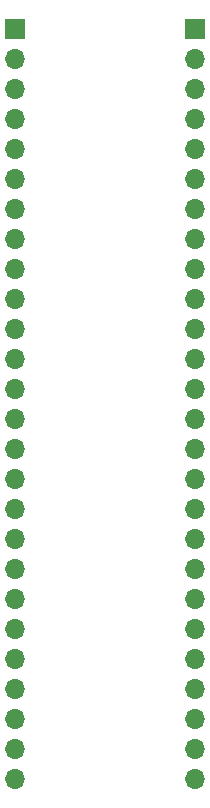
<source format=gbr>
%TF.GenerationSoftware,KiCad,Pcbnew,(5.1.7-0-10_14)*%
%TF.CreationDate,2020-11-23T12:08:10+00:00*%
%TF.ProjectId,carrier,63617272-6965-4722-9e6b-696361645f70,0.1*%
%TF.SameCoordinates,Original*%
%TF.FileFunction,Soldermask,Bot*%
%TF.FilePolarity,Negative*%
%FSLAX46Y46*%
G04 Gerber Fmt 4.6, Leading zero omitted, Abs format (unit mm)*
G04 Created by KiCad (PCBNEW (5.1.7-0-10_14)) date 2020-11-23 12:08:10*
%MOMM*%
%LPD*%
G01*
G04 APERTURE LIST*
%ADD10O,1.700000X1.700000*%
%ADD11R,1.700000X1.700000*%
G04 APERTURE END LIST*
D10*
%TO.C,J3*%
X76350000Y-114290000D03*
X76350000Y-111750000D03*
X76350000Y-109210000D03*
X76350000Y-106670000D03*
X76350000Y-104130000D03*
X76350000Y-101590000D03*
X76350000Y-99050000D03*
X76350000Y-96510000D03*
X76350000Y-93970000D03*
X76350000Y-91430000D03*
X76350000Y-88890000D03*
X76350000Y-86350000D03*
X76350000Y-83810000D03*
X76350000Y-81270000D03*
X76350000Y-78730000D03*
X76350000Y-76190000D03*
X76350000Y-73650000D03*
X76350000Y-71110000D03*
X76350000Y-68570000D03*
X76350000Y-66030000D03*
X76350000Y-63490000D03*
X76350000Y-60950000D03*
X76350000Y-58410000D03*
X76350000Y-55870000D03*
X76350000Y-53330000D03*
D11*
X76350000Y-50790000D03*
%TD*%
D10*
%TO.C,J2*%
X61110000Y-114290000D03*
X61110000Y-111750000D03*
X61110000Y-109210000D03*
X61110000Y-106670000D03*
X61110000Y-104130000D03*
X61110000Y-101590000D03*
X61110000Y-99050000D03*
X61110000Y-96510000D03*
X61110000Y-93970000D03*
X61110000Y-91430000D03*
X61110000Y-88890000D03*
X61110000Y-86350000D03*
X61110000Y-83810000D03*
X61110000Y-81270000D03*
X61110000Y-78730000D03*
X61110000Y-76190000D03*
X61110000Y-73650000D03*
X61110000Y-71110000D03*
X61110000Y-68570000D03*
X61110000Y-66030000D03*
X61110000Y-63490000D03*
X61110000Y-60950000D03*
X61110000Y-58410000D03*
X61110000Y-55870000D03*
X61110000Y-53330000D03*
D11*
X61110000Y-50790000D03*
%TD*%
M02*

</source>
